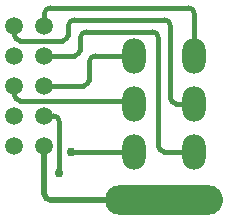
<source format=gbl>
G04*
G04 #@! TF.GenerationSoftware,Altium Limited,Altium Designer,18.1.7 (191)*
G04*
G04 Layer_Physical_Order=2*
G04 Layer_Color=16711680*
%FSLAX24Y24*%
%MOIN*%
G70*
G01*
G75*
%ADD14C,0.0150*%
%ADD16O,0.0787X0.1181*%
%ADD17O,0.3937X0.0984*%
%ADD18C,0.0591*%
%ADD19C,0.0300*%
%ADD20C,0.0200*%
D14*
X2300Y3800D02*
G03*
X2100Y4000I-200J0D01*
G01*
X6800Y7400D02*
G03*
X6600Y7600I-200J0D01*
G01*
X2000D02*
G03*
X1800Y7400I0J-200D01*
G01*
X6000Y7000D02*
G03*
X5800Y7200I-200J0D01*
G01*
X6000Y4600D02*
G03*
X6200Y4400I200J0D01*
G01*
X2800Y7200D02*
G03*
X2600Y7000I0J-200D01*
G01*
X2400Y6500D02*
G03*
X2600Y6700I0J200D01*
G01*
X800D02*
G03*
X1000Y6500I200J0D01*
G01*
X5600Y6600D02*
G03*
X5400Y6800I-200J0D01*
G01*
X5600Y3000D02*
G03*
X5800Y2800I200J0D01*
G01*
X3200Y6800D02*
G03*
X3000Y6600I0J-200D01*
G01*
X2800Y6000D02*
G03*
X3000Y6200I0J200D01*
G01*
X4800Y4400D02*
G03*
X4700Y4500I-100J0D01*
G01*
X800Y4700D02*
G03*
X1000Y4500I200J0D01*
G01*
X3500Y6000D02*
G03*
X3300Y5800I0J-200D01*
G01*
X3100Y5000D02*
G03*
X3300Y5200I0J200D01*
G01*
X1800Y4000D02*
X2100D01*
X2300Y2100D02*
Y3800D01*
X6800Y6000D02*
Y7400D01*
X2000Y7600D02*
X6600D01*
X1800Y7000D02*
Y7400D01*
X2800Y7200D02*
X5800D01*
X6200Y4400D02*
X6800D01*
X6000Y4600D02*
Y7000D01*
X2600Y6700D02*
Y7000D01*
X1000Y6500D02*
X2400D01*
X800Y6700D02*
Y7000D01*
X5800Y2800D02*
X6800D01*
X5600Y3000D02*
Y6600D01*
X3200Y6800D02*
X5400D01*
X3000Y6200D02*
Y6600D01*
X1800Y6000D02*
X2800D01*
X2700Y2800D02*
X4800D01*
X1000Y4500D02*
X4700D01*
X800Y4700D02*
Y5000D01*
X3500Y6000D02*
X4800D01*
X3300Y5200D02*
Y5800D01*
X1800Y5000D02*
X3100D01*
D16*
X4800Y6000D02*
D03*
X6800D02*
D03*
Y4400D02*
D03*
X4800D02*
D03*
Y2800D02*
D03*
X6800D02*
D03*
D17*
X5800Y1189D02*
D03*
D18*
X800Y3000D02*
D03*
Y4000D02*
D03*
Y5000D02*
D03*
Y6000D02*
D03*
Y7000D02*
D03*
X1800D02*
D03*
Y6000D02*
D03*
Y5000D02*
D03*
Y4000D02*
D03*
Y3000D02*
D03*
D19*
X2700Y2800D02*
D03*
X2300Y2100D02*
D03*
D20*
X1800Y1389D02*
G03*
X2000Y1189I200J0D01*
G01*
X5800D01*
X1800Y1389D02*
Y3000D01*
M02*

</source>
